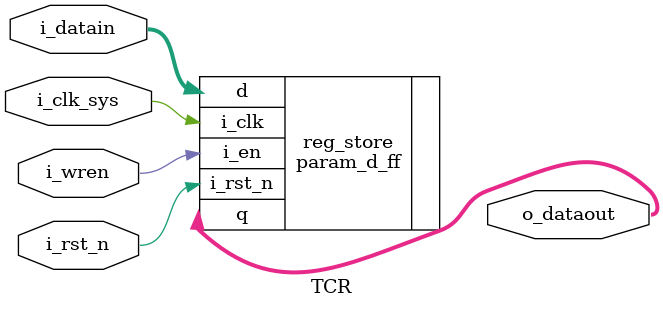
<source format=sv>
module TCR (
  input  logic       i_clk_sys,  // clock system
  input  logic       i_rst_n  ,  // negedge rst
  input  logic       i_wren   ,
  input  logic [7:0] i_datain ,
  output logic [7:0] o_dataout       
);

  param_d_ff #(
    .DATA_WIDTH (8 ),
    .SET_VALUE  ('0)
  ) reg_store (
    .i_clk   (i_clk_sys),
    .i_rst_n (i_rst_n  ),
    .i_en    (i_wren   ),
    .d       (i_datain ),
    .q       (o_dataout)
  );

endmodule: TCR

</source>
